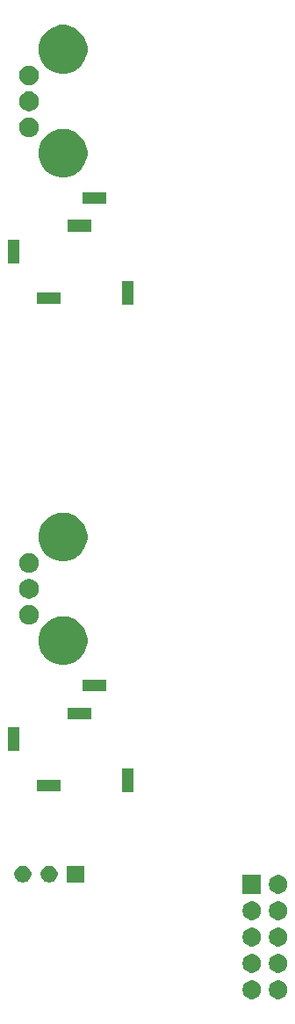
<source format=gbr>
G04 #@! TF.GenerationSoftware,KiCad,Pcbnew,(5.1.5)-3*
G04 #@! TF.CreationDate,2020-08-14T09:08:36-07:00*
G04 #@! TF.ProjectId,Noise_Gen,4e6f6973-655f-4476-956e-2e6b69636164,rev?*
G04 #@! TF.SameCoordinates,Original*
G04 #@! TF.FileFunction,Soldermask,Bot*
G04 #@! TF.FilePolarity,Negative*
%FSLAX46Y46*%
G04 Gerber Fmt 4.6, Leading zero omitted, Abs format (unit mm)*
G04 Created by KiCad (PCBNEW (5.1.5)-3) date 2020-08-14 09:08:36*
%MOMM*%
%LPD*%
G04 APERTURE LIST*
%ADD10C,0.100000*%
G04 APERTURE END LIST*
D10*
G36*
X27653512Y-96263927D02*
G01*
X27802812Y-96293624D01*
X27966784Y-96361544D01*
X28114354Y-96460147D01*
X28239853Y-96585646D01*
X28338456Y-96733216D01*
X28406376Y-96897188D01*
X28441000Y-97071259D01*
X28441000Y-97248741D01*
X28406376Y-97422812D01*
X28338456Y-97586784D01*
X28239853Y-97734354D01*
X28114354Y-97859853D01*
X27966784Y-97958456D01*
X27802812Y-98026376D01*
X27653512Y-98056073D01*
X27628742Y-98061000D01*
X27451258Y-98061000D01*
X27426488Y-98056073D01*
X27277188Y-98026376D01*
X27113216Y-97958456D01*
X26965646Y-97859853D01*
X26840147Y-97734354D01*
X26741544Y-97586784D01*
X26673624Y-97422812D01*
X26639000Y-97248741D01*
X26639000Y-97071259D01*
X26673624Y-96897188D01*
X26741544Y-96733216D01*
X26840147Y-96585646D01*
X26965646Y-96460147D01*
X27113216Y-96361544D01*
X27277188Y-96293624D01*
X27426488Y-96263927D01*
X27451258Y-96259000D01*
X27628742Y-96259000D01*
X27653512Y-96263927D01*
G37*
G36*
X25113512Y-96263927D02*
G01*
X25262812Y-96293624D01*
X25426784Y-96361544D01*
X25574354Y-96460147D01*
X25699853Y-96585646D01*
X25798456Y-96733216D01*
X25866376Y-96897188D01*
X25901000Y-97071259D01*
X25901000Y-97248741D01*
X25866376Y-97422812D01*
X25798456Y-97586784D01*
X25699853Y-97734354D01*
X25574354Y-97859853D01*
X25426784Y-97958456D01*
X25262812Y-98026376D01*
X25113512Y-98056073D01*
X25088742Y-98061000D01*
X24911258Y-98061000D01*
X24886488Y-98056073D01*
X24737188Y-98026376D01*
X24573216Y-97958456D01*
X24425646Y-97859853D01*
X24300147Y-97734354D01*
X24201544Y-97586784D01*
X24133624Y-97422812D01*
X24099000Y-97248741D01*
X24099000Y-97071259D01*
X24133624Y-96897188D01*
X24201544Y-96733216D01*
X24300147Y-96585646D01*
X24425646Y-96460147D01*
X24573216Y-96361544D01*
X24737188Y-96293624D01*
X24886488Y-96263927D01*
X24911258Y-96259000D01*
X25088742Y-96259000D01*
X25113512Y-96263927D01*
G37*
G36*
X27653512Y-93723927D02*
G01*
X27802812Y-93753624D01*
X27966784Y-93821544D01*
X28114354Y-93920147D01*
X28239853Y-94045646D01*
X28338456Y-94193216D01*
X28406376Y-94357188D01*
X28441000Y-94531259D01*
X28441000Y-94708741D01*
X28406376Y-94882812D01*
X28338456Y-95046784D01*
X28239853Y-95194354D01*
X28114354Y-95319853D01*
X27966784Y-95418456D01*
X27802812Y-95486376D01*
X27653512Y-95516073D01*
X27628742Y-95521000D01*
X27451258Y-95521000D01*
X27426488Y-95516073D01*
X27277188Y-95486376D01*
X27113216Y-95418456D01*
X26965646Y-95319853D01*
X26840147Y-95194354D01*
X26741544Y-95046784D01*
X26673624Y-94882812D01*
X26639000Y-94708741D01*
X26639000Y-94531259D01*
X26673624Y-94357188D01*
X26741544Y-94193216D01*
X26840147Y-94045646D01*
X26965646Y-93920147D01*
X27113216Y-93821544D01*
X27277188Y-93753624D01*
X27426488Y-93723927D01*
X27451258Y-93719000D01*
X27628742Y-93719000D01*
X27653512Y-93723927D01*
G37*
G36*
X25113512Y-93723927D02*
G01*
X25262812Y-93753624D01*
X25426784Y-93821544D01*
X25574354Y-93920147D01*
X25699853Y-94045646D01*
X25798456Y-94193216D01*
X25866376Y-94357188D01*
X25901000Y-94531259D01*
X25901000Y-94708741D01*
X25866376Y-94882812D01*
X25798456Y-95046784D01*
X25699853Y-95194354D01*
X25574354Y-95319853D01*
X25426784Y-95418456D01*
X25262812Y-95486376D01*
X25113512Y-95516073D01*
X25088742Y-95521000D01*
X24911258Y-95521000D01*
X24886488Y-95516073D01*
X24737188Y-95486376D01*
X24573216Y-95418456D01*
X24425646Y-95319853D01*
X24300147Y-95194354D01*
X24201544Y-95046784D01*
X24133624Y-94882812D01*
X24099000Y-94708741D01*
X24099000Y-94531259D01*
X24133624Y-94357188D01*
X24201544Y-94193216D01*
X24300147Y-94045646D01*
X24425646Y-93920147D01*
X24573216Y-93821544D01*
X24737188Y-93753624D01*
X24886488Y-93723927D01*
X24911258Y-93719000D01*
X25088742Y-93719000D01*
X25113512Y-93723927D01*
G37*
G36*
X25113512Y-91183927D02*
G01*
X25262812Y-91213624D01*
X25426784Y-91281544D01*
X25574354Y-91380147D01*
X25699853Y-91505646D01*
X25798456Y-91653216D01*
X25866376Y-91817188D01*
X25901000Y-91991259D01*
X25901000Y-92168741D01*
X25866376Y-92342812D01*
X25798456Y-92506784D01*
X25699853Y-92654354D01*
X25574354Y-92779853D01*
X25426784Y-92878456D01*
X25262812Y-92946376D01*
X25113512Y-92976073D01*
X25088742Y-92981000D01*
X24911258Y-92981000D01*
X24886488Y-92976073D01*
X24737188Y-92946376D01*
X24573216Y-92878456D01*
X24425646Y-92779853D01*
X24300147Y-92654354D01*
X24201544Y-92506784D01*
X24133624Y-92342812D01*
X24099000Y-92168741D01*
X24099000Y-91991259D01*
X24133624Y-91817188D01*
X24201544Y-91653216D01*
X24300147Y-91505646D01*
X24425646Y-91380147D01*
X24573216Y-91281544D01*
X24737188Y-91213624D01*
X24886488Y-91183927D01*
X24911258Y-91179000D01*
X25088742Y-91179000D01*
X25113512Y-91183927D01*
G37*
G36*
X27653512Y-91183927D02*
G01*
X27802812Y-91213624D01*
X27966784Y-91281544D01*
X28114354Y-91380147D01*
X28239853Y-91505646D01*
X28338456Y-91653216D01*
X28406376Y-91817188D01*
X28441000Y-91991259D01*
X28441000Y-92168741D01*
X28406376Y-92342812D01*
X28338456Y-92506784D01*
X28239853Y-92654354D01*
X28114354Y-92779853D01*
X27966784Y-92878456D01*
X27802812Y-92946376D01*
X27653512Y-92976073D01*
X27628742Y-92981000D01*
X27451258Y-92981000D01*
X27426488Y-92976073D01*
X27277188Y-92946376D01*
X27113216Y-92878456D01*
X26965646Y-92779853D01*
X26840147Y-92654354D01*
X26741544Y-92506784D01*
X26673624Y-92342812D01*
X26639000Y-92168741D01*
X26639000Y-91991259D01*
X26673624Y-91817188D01*
X26741544Y-91653216D01*
X26840147Y-91505646D01*
X26965646Y-91380147D01*
X27113216Y-91281544D01*
X27277188Y-91213624D01*
X27426488Y-91183927D01*
X27451258Y-91179000D01*
X27628742Y-91179000D01*
X27653512Y-91183927D01*
G37*
G36*
X27653512Y-88643927D02*
G01*
X27802812Y-88673624D01*
X27966784Y-88741544D01*
X28114354Y-88840147D01*
X28239853Y-88965646D01*
X28338456Y-89113216D01*
X28406376Y-89277188D01*
X28441000Y-89451259D01*
X28441000Y-89628741D01*
X28406376Y-89802812D01*
X28338456Y-89966784D01*
X28239853Y-90114354D01*
X28114354Y-90239853D01*
X27966784Y-90338456D01*
X27802812Y-90406376D01*
X27653512Y-90436073D01*
X27628742Y-90441000D01*
X27451258Y-90441000D01*
X27426488Y-90436073D01*
X27277188Y-90406376D01*
X27113216Y-90338456D01*
X26965646Y-90239853D01*
X26840147Y-90114354D01*
X26741544Y-89966784D01*
X26673624Y-89802812D01*
X26639000Y-89628741D01*
X26639000Y-89451259D01*
X26673624Y-89277188D01*
X26741544Y-89113216D01*
X26840147Y-88965646D01*
X26965646Y-88840147D01*
X27113216Y-88741544D01*
X27277188Y-88673624D01*
X27426488Y-88643927D01*
X27451258Y-88639000D01*
X27628742Y-88639000D01*
X27653512Y-88643927D01*
G37*
G36*
X25113512Y-88643927D02*
G01*
X25262812Y-88673624D01*
X25426784Y-88741544D01*
X25574354Y-88840147D01*
X25699853Y-88965646D01*
X25798456Y-89113216D01*
X25866376Y-89277188D01*
X25901000Y-89451259D01*
X25901000Y-89628741D01*
X25866376Y-89802812D01*
X25798456Y-89966784D01*
X25699853Y-90114354D01*
X25574354Y-90239853D01*
X25426784Y-90338456D01*
X25262812Y-90406376D01*
X25113512Y-90436073D01*
X25088742Y-90441000D01*
X24911258Y-90441000D01*
X24886488Y-90436073D01*
X24737188Y-90406376D01*
X24573216Y-90338456D01*
X24425646Y-90239853D01*
X24300147Y-90114354D01*
X24201544Y-89966784D01*
X24133624Y-89802812D01*
X24099000Y-89628741D01*
X24099000Y-89451259D01*
X24133624Y-89277188D01*
X24201544Y-89113216D01*
X24300147Y-88965646D01*
X24425646Y-88840147D01*
X24573216Y-88741544D01*
X24737188Y-88673624D01*
X24886488Y-88643927D01*
X24911258Y-88639000D01*
X25088742Y-88639000D01*
X25113512Y-88643927D01*
G37*
G36*
X25901000Y-87901000D02*
G01*
X24099000Y-87901000D01*
X24099000Y-86099000D01*
X25901000Y-86099000D01*
X25901000Y-87901000D01*
G37*
G36*
X27653512Y-86103927D02*
G01*
X27802812Y-86133624D01*
X27966784Y-86201544D01*
X28114354Y-86300147D01*
X28239853Y-86425646D01*
X28338456Y-86573216D01*
X28406376Y-86737188D01*
X28441000Y-86911259D01*
X28441000Y-87088741D01*
X28406376Y-87262812D01*
X28338456Y-87426784D01*
X28239853Y-87574354D01*
X28114354Y-87699853D01*
X27966784Y-87798456D01*
X27802812Y-87866376D01*
X27653512Y-87896073D01*
X27628742Y-87901000D01*
X27451258Y-87901000D01*
X27426488Y-87896073D01*
X27277188Y-87866376D01*
X27113216Y-87798456D01*
X26965646Y-87699853D01*
X26840147Y-87574354D01*
X26741544Y-87426784D01*
X26673624Y-87262812D01*
X26639000Y-87088741D01*
X26639000Y-86911259D01*
X26673624Y-86737188D01*
X26741544Y-86573216D01*
X26840147Y-86425646D01*
X26965646Y-86300147D01*
X27113216Y-86201544D01*
X27277188Y-86133624D01*
X27426488Y-86103927D01*
X27451258Y-86099000D01*
X27628742Y-86099000D01*
X27653512Y-86103927D01*
G37*
G36*
X8811000Y-86811000D02*
G01*
X7189000Y-86811000D01*
X7189000Y-85189000D01*
X8811000Y-85189000D01*
X8811000Y-86811000D01*
G37*
G36*
X3156560Y-85220166D02*
G01*
X3304153Y-85281301D01*
X3436982Y-85370055D01*
X3549945Y-85483018D01*
X3638699Y-85615847D01*
X3699834Y-85763440D01*
X3731000Y-85920123D01*
X3731000Y-86079877D01*
X3699834Y-86236560D01*
X3638699Y-86384153D01*
X3549945Y-86516982D01*
X3436982Y-86629945D01*
X3304153Y-86718699D01*
X3304152Y-86718700D01*
X3304151Y-86718700D01*
X3156560Y-86779834D01*
X2999878Y-86811000D01*
X2840122Y-86811000D01*
X2683440Y-86779834D01*
X2535849Y-86718700D01*
X2535848Y-86718700D01*
X2535847Y-86718699D01*
X2403018Y-86629945D01*
X2290055Y-86516982D01*
X2201301Y-86384153D01*
X2140166Y-86236560D01*
X2109000Y-86079877D01*
X2109000Y-85920123D01*
X2140166Y-85763440D01*
X2201301Y-85615847D01*
X2290055Y-85483018D01*
X2403018Y-85370055D01*
X2535847Y-85281301D01*
X2683440Y-85220166D01*
X2840122Y-85189000D01*
X2999878Y-85189000D01*
X3156560Y-85220166D01*
G37*
G36*
X5696560Y-85220166D02*
G01*
X5844153Y-85281301D01*
X5976982Y-85370055D01*
X6089945Y-85483018D01*
X6178699Y-85615847D01*
X6239834Y-85763440D01*
X6271000Y-85920123D01*
X6271000Y-86079877D01*
X6239834Y-86236560D01*
X6178699Y-86384153D01*
X6089945Y-86516982D01*
X5976982Y-86629945D01*
X5844153Y-86718699D01*
X5844152Y-86718700D01*
X5844151Y-86718700D01*
X5696560Y-86779834D01*
X5539878Y-86811000D01*
X5380122Y-86811000D01*
X5223440Y-86779834D01*
X5075849Y-86718700D01*
X5075848Y-86718700D01*
X5075847Y-86718699D01*
X4943018Y-86629945D01*
X4830055Y-86516982D01*
X4741301Y-86384153D01*
X4680166Y-86236560D01*
X4649000Y-86079877D01*
X4649000Y-85920123D01*
X4680166Y-85763440D01*
X4741301Y-85615847D01*
X4830055Y-85483018D01*
X4943018Y-85370055D01*
X5075847Y-85281301D01*
X5223440Y-85220166D01*
X5380122Y-85189000D01*
X5539878Y-85189000D01*
X5696560Y-85220166D01*
G37*
G36*
X13551000Y-78151000D02*
G01*
X12449000Y-78151000D01*
X12449000Y-75849000D01*
X13551000Y-75849000D01*
X13551000Y-78151000D01*
G37*
G36*
X6551000Y-78051000D02*
G01*
X4249000Y-78051000D01*
X4249000Y-76949000D01*
X6551000Y-76949000D01*
X6551000Y-78051000D01*
G37*
G36*
X2551000Y-74151000D02*
G01*
X1449000Y-74151000D01*
X1449000Y-71849000D01*
X2551000Y-71849000D01*
X2551000Y-74151000D01*
G37*
G36*
X9551000Y-71051000D02*
G01*
X7249000Y-71051000D01*
X7249000Y-69949000D01*
X9551000Y-69949000D01*
X9551000Y-71051000D01*
G37*
G36*
X10951000Y-68351000D02*
G01*
X8649000Y-68351000D01*
X8649000Y-67249000D01*
X10951000Y-67249000D01*
X10951000Y-68351000D01*
G37*
G36*
X7334358Y-61209232D02*
G01*
X7485761Y-61239348D01*
X7913616Y-61416571D01*
X8298675Y-61673859D01*
X8626141Y-62001325D01*
X8883429Y-62386384D01*
X9060652Y-62814239D01*
X9151000Y-63268447D01*
X9151000Y-63731553D01*
X9060652Y-64185761D01*
X8883429Y-64613616D01*
X8626141Y-64998675D01*
X8298675Y-65326141D01*
X7913616Y-65583429D01*
X7485761Y-65760652D01*
X7334358Y-65790768D01*
X7031555Y-65851000D01*
X6568445Y-65851000D01*
X6265642Y-65790768D01*
X6114239Y-65760652D01*
X5686384Y-65583429D01*
X5301325Y-65326141D01*
X4973859Y-64998675D01*
X4716571Y-64613616D01*
X4539348Y-64185761D01*
X4449000Y-63731553D01*
X4449000Y-63268447D01*
X4539348Y-62814239D01*
X4716571Y-62386384D01*
X4973859Y-62001325D01*
X5301325Y-61673859D01*
X5686384Y-61416571D01*
X6114239Y-61239348D01*
X6265642Y-61209232D01*
X6568445Y-61149000D01*
X7031555Y-61149000D01*
X7334358Y-61209232D01*
G37*
G36*
X3777395Y-60085546D02*
G01*
X3950466Y-60157234D01*
X3950467Y-60157235D01*
X4106227Y-60261310D01*
X4238690Y-60393773D01*
X4238691Y-60393775D01*
X4342766Y-60549534D01*
X4414454Y-60722605D01*
X4451000Y-60906333D01*
X4451000Y-61093667D01*
X4414454Y-61277395D01*
X4342766Y-61450466D01*
X4342765Y-61450467D01*
X4238690Y-61606227D01*
X4106227Y-61738690D01*
X4027818Y-61791081D01*
X3950466Y-61842766D01*
X3777395Y-61914454D01*
X3593667Y-61951000D01*
X3406333Y-61951000D01*
X3222605Y-61914454D01*
X3049534Y-61842766D01*
X2972182Y-61791081D01*
X2893773Y-61738690D01*
X2761310Y-61606227D01*
X2657235Y-61450467D01*
X2657234Y-61450466D01*
X2585546Y-61277395D01*
X2549000Y-61093667D01*
X2549000Y-60906333D01*
X2585546Y-60722605D01*
X2657234Y-60549534D01*
X2761309Y-60393775D01*
X2761310Y-60393773D01*
X2893773Y-60261310D01*
X3049533Y-60157235D01*
X3049534Y-60157234D01*
X3222605Y-60085546D01*
X3406333Y-60049000D01*
X3593667Y-60049000D01*
X3777395Y-60085546D01*
G37*
G36*
X3777395Y-57585546D02*
G01*
X3950466Y-57657234D01*
X3950467Y-57657235D01*
X4106227Y-57761310D01*
X4238690Y-57893773D01*
X4238691Y-57893775D01*
X4342766Y-58049534D01*
X4414454Y-58222605D01*
X4451000Y-58406333D01*
X4451000Y-58593667D01*
X4414454Y-58777395D01*
X4342766Y-58950466D01*
X4342765Y-58950467D01*
X4238690Y-59106227D01*
X4106227Y-59238690D01*
X4027818Y-59291081D01*
X3950466Y-59342766D01*
X3777395Y-59414454D01*
X3593667Y-59451000D01*
X3406333Y-59451000D01*
X3222605Y-59414454D01*
X3049534Y-59342766D01*
X2972182Y-59291081D01*
X2893773Y-59238690D01*
X2761310Y-59106227D01*
X2657235Y-58950467D01*
X2657234Y-58950466D01*
X2585546Y-58777395D01*
X2549000Y-58593667D01*
X2549000Y-58406333D01*
X2585546Y-58222605D01*
X2657234Y-58049534D01*
X2761309Y-57893775D01*
X2761310Y-57893773D01*
X2893773Y-57761310D01*
X3049533Y-57657235D01*
X3049534Y-57657234D01*
X3222605Y-57585546D01*
X3406333Y-57549000D01*
X3593667Y-57549000D01*
X3777395Y-57585546D01*
G37*
G36*
X3777395Y-55085546D02*
G01*
X3950466Y-55157234D01*
X3950467Y-55157235D01*
X4106227Y-55261310D01*
X4238690Y-55393773D01*
X4238691Y-55393775D01*
X4342766Y-55549534D01*
X4414454Y-55722605D01*
X4451000Y-55906333D01*
X4451000Y-56093667D01*
X4414454Y-56277395D01*
X4342766Y-56450466D01*
X4342765Y-56450467D01*
X4238690Y-56606227D01*
X4106227Y-56738690D01*
X4027818Y-56791081D01*
X3950466Y-56842766D01*
X3777395Y-56914454D01*
X3593667Y-56951000D01*
X3406333Y-56951000D01*
X3222605Y-56914454D01*
X3049534Y-56842766D01*
X2972182Y-56791081D01*
X2893773Y-56738690D01*
X2761310Y-56606227D01*
X2657235Y-56450467D01*
X2657234Y-56450466D01*
X2585546Y-56277395D01*
X2549000Y-56093667D01*
X2549000Y-55906333D01*
X2585546Y-55722605D01*
X2657234Y-55549534D01*
X2761309Y-55393775D01*
X2761310Y-55393773D01*
X2893773Y-55261310D01*
X3049533Y-55157235D01*
X3049534Y-55157234D01*
X3222605Y-55085546D01*
X3406333Y-55049000D01*
X3593667Y-55049000D01*
X3777395Y-55085546D01*
G37*
G36*
X7334358Y-51209232D02*
G01*
X7485761Y-51239348D01*
X7913616Y-51416571D01*
X8298675Y-51673859D01*
X8626141Y-52001325D01*
X8883429Y-52386384D01*
X9060652Y-52814239D01*
X9151000Y-53268447D01*
X9151000Y-53731553D01*
X9060652Y-54185761D01*
X8883429Y-54613616D01*
X8626141Y-54998675D01*
X8298675Y-55326141D01*
X7913616Y-55583429D01*
X7485761Y-55760652D01*
X7334358Y-55790768D01*
X7031555Y-55851000D01*
X6568445Y-55851000D01*
X6265642Y-55790768D01*
X6114239Y-55760652D01*
X5686384Y-55583429D01*
X5301325Y-55326141D01*
X4973859Y-54998675D01*
X4716571Y-54613616D01*
X4539348Y-54185761D01*
X4449000Y-53731553D01*
X4449000Y-53268447D01*
X4539348Y-52814239D01*
X4716571Y-52386384D01*
X4973859Y-52001325D01*
X5301325Y-51673859D01*
X5686384Y-51416571D01*
X6114239Y-51239348D01*
X6265642Y-51209232D01*
X6568445Y-51149000D01*
X7031555Y-51149000D01*
X7334358Y-51209232D01*
G37*
G36*
X13551000Y-31151000D02*
G01*
X12449000Y-31151000D01*
X12449000Y-28849000D01*
X13551000Y-28849000D01*
X13551000Y-31151000D01*
G37*
G36*
X6551000Y-31051000D02*
G01*
X4249000Y-31051000D01*
X4249000Y-29949000D01*
X6551000Y-29949000D01*
X6551000Y-31051000D01*
G37*
G36*
X2551000Y-27151000D02*
G01*
X1449000Y-27151000D01*
X1449000Y-24849000D01*
X2551000Y-24849000D01*
X2551000Y-27151000D01*
G37*
G36*
X9551000Y-24051000D02*
G01*
X7249000Y-24051000D01*
X7249000Y-22949000D01*
X9551000Y-22949000D01*
X9551000Y-24051000D01*
G37*
G36*
X10951000Y-21351000D02*
G01*
X8649000Y-21351000D01*
X8649000Y-20249000D01*
X10951000Y-20249000D01*
X10951000Y-21351000D01*
G37*
G36*
X7334358Y-14209232D02*
G01*
X7485761Y-14239348D01*
X7913616Y-14416571D01*
X8298675Y-14673859D01*
X8626141Y-15001325D01*
X8883429Y-15386384D01*
X9060652Y-15814239D01*
X9151000Y-16268447D01*
X9151000Y-16731553D01*
X9060652Y-17185761D01*
X8883429Y-17613616D01*
X8626141Y-17998675D01*
X8298675Y-18326141D01*
X7913616Y-18583429D01*
X7485761Y-18760652D01*
X7334358Y-18790768D01*
X7031555Y-18851000D01*
X6568445Y-18851000D01*
X6265642Y-18790768D01*
X6114239Y-18760652D01*
X5686384Y-18583429D01*
X5301325Y-18326141D01*
X4973859Y-17998675D01*
X4716571Y-17613616D01*
X4539348Y-17185761D01*
X4449000Y-16731553D01*
X4449000Y-16268447D01*
X4539348Y-15814239D01*
X4716571Y-15386384D01*
X4973859Y-15001325D01*
X5301325Y-14673859D01*
X5686384Y-14416571D01*
X6114239Y-14239348D01*
X6265642Y-14209232D01*
X6568445Y-14149000D01*
X7031555Y-14149000D01*
X7334358Y-14209232D01*
G37*
G36*
X3777395Y-13085546D02*
G01*
X3950466Y-13157234D01*
X3950467Y-13157235D01*
X4106227Y-13261310D01*
X4238690Y-13393773D01*
X4238691Y-13393775D01*
X4342766Y-13549534D01*
X4414454Y-13722605D01*
X4451000Y-13906333D01*
X4451000Y-14093667D01*
X4414454Y-14277395D01*
X4342766Y-14450466D01*
X4342765Y-14450467D01*
X4238690Y-14606227D01*
X4106227Y-14738690D01*
X4027818Y-14791081D01*
X3950466Y-14842766D01*
X3777395Y-14914454D01*
X3593667Y-14951000D01*
X3406333Y-14951000D01*
X3222605Y-14914454D01*
X3049534Y-14842766D01*
X2972182Y-14791081D01*
X2893773Y-14738690D01*
X2761310Y-14606227D01*
X2657235Y-14450467D01*
X2657234Y-14450466D01*
X2585546Y-14277395D01*
X2549000Y-14093667D01*
X2549000Y-13906333D01*
X2585546Y-13722605D01*
X2657234Y-13549534D01*
X2761309Y-13393775D01*
X2761310Y-13393773D01*
X2893773Y-13261310D01*
X3049533Y-13157235D01*
X3049534Y-13157234D01*
X3222605Y-13085546D01*
X3406333Y-13049000D01*
X3593667Y-13049000D01*
X3777395Y-13085546D01*
G37*
G36*
X3777395Y-10585546D02*
G01*
X3950466Y-10657234D01*
X3950467Y-10657235D01*
X4106227Y-10761310D01*
X4238690Y-10893773D01*
X4238691Y-10893775D01*
X4342766Y-11049534D01*
X4414454Y-11222605D01*
X4451000Y-11406333D01*
X4451000Y-11593667D01*
X4414454Y-11777395D01*
X4342766Y-11950466D01*
X4342765Y-11950467D01*
X4238690Y-12106227D01*
X4106227Y-12238690D01*
X4027818Y-12291081D01*
X3950466Y-12342766D01*
X3777395Y-12414454D01*
X3593667Y-12451000D01*
X3406333Y-12451000D01*
X3222605Y-12414454D01*
X3049534Y-12342766D01*
X2972182Y-12291081D01*
X2893773Y-12238690D01*
X2761310Y-12106227D01*
X2657235Y-11950467D01*
X2657234Y-11950466D01*
X2585546Y-11777395D01*
X2549000Y-11593667D01*
X2549000Y-11406333D01*
X2585546Y-11222605D01*
X2657234Y-11049534D01*
X2761309Y-10893775D01*
X2761310Y-10893773D01*
X2893773Y-10761310D01*
X3049533Y-10657235D01*
X3049534Y-10657234D01*
X3222605Y-10585546D01*
X3406333Y-10549000D01*
X3593667Y-10549000D01*
X3777395Y-10585546D01*
G37*
G36*
X3777395Y-8085546D02*
G01*
X3950466Y-8157234D01*
X3950467Y-8157235D01*
X4106227Y-8261310D01*
X4238690Y-8393773D01*
X4238691Y-8393775D01*
X4342766Y-8549534D01*
X4414454Y-8722605D01*
X4451000Y-8906333D01*
X4451000Y-9093667D01*
X4414454Y-9277395D01*
X4342766Y-9450466D01*
X4342765Y-9450467D01*
X4238690Y-9606227D01*
X4106227Y-9738690D01*
X4027818Y-9791081D01*
X3950466Y-9842766D01*
X3777395Y-9914454D01*
X3593667Y-9951000D01*
X3406333Y-9951000D01*
X3222605Y-9914454D01*
X3049534Y-9842766D01*
X2972182Y-9791081D01*
X2893773Y-9738690D01*
X2761310Y-9606227D01*
X2657235Y-9450467D01*
X2657234Y-9450466D01*
X2585546Y-9277395D01*
X2549000Y-9093667D01*
X2549000Y-8906333D01*
X2585546Y-8722605D01*
X2657234Y-8549534D01*
X2761309Y-8393775D01*
X2761310Y-8393773D01*
X2893773Y-8261310D01*
X3049533Y-8157235D01*
X3049534Y-8157234D01*
X3222605Y-8085546D01*
X3406333Y-8049000D01*
X3593667Y-8049000D01*
X3777395Y-8085546D01*
G37*
G36*
X7334358Y-4209232D02*
G01*
X7485761Y-4239348D01*
X7913616Y-4416571D01*
X8298675Y-4673859D01*
X8626141Y-5001325D01*
X8883429Y-5386384D01*
X9060652Y-5814239D01*
X9151000Y-6268447D01*
X9151000Y-6731553D01*
X9060652Y-7185761D01*
X8883429Y-7613616D01*
X8626141Y-7998675D01*
X8298675Y-8326141D01*
X7913616Y-8583429D01*
X7485761Y-8760652D01*
X7334358Y-8790768D01*
X7031555Y-8851000D01*
X6568445Y-8851000D01*
X6265642Y-8790768D01*
X6114239Y-8760652D01*
X5686384Y-8583429D01*
X5301325Y-8326141D01*
X4973859Y-7998675D01*
X4716571Y-7613616D01*
X4539348Y-7185761D01*
X4449000Y-6731553D01*
X4449000Y-6268447D01*
X4539348Y-5814239D01*
X4716571Y-5386384D01*
X4973859Y-5001325D01*
X5301325Y-4673859D01*
X5686384Y-4416571D01*
X6114239Y-4239348D01*
X6265642Y-4209232D01*
X6568445Y-4149000D01*
X7031555Y-4149000D01*
X7334358Y-4209232D01*
G37*
M02*

</source>
